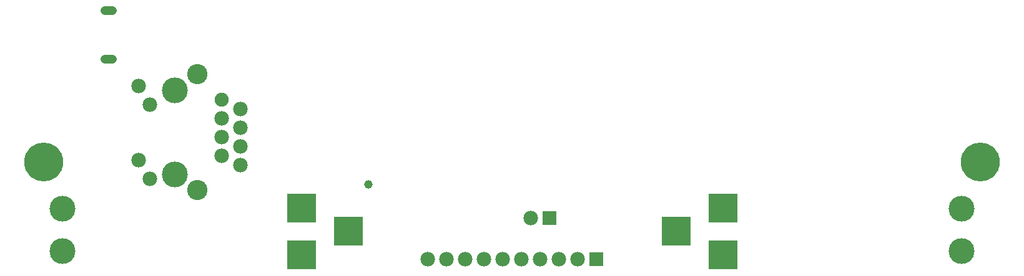
<source format=gbr>
G04 EAGLE Gerber RS-274X export*
G75*
%MOMM*%
%FSLAX34Y34*%
%LPD*%
%INSoldermask Bottom*%
%IPPOS*%
%AMOC8*
5,1,8,0,0,1.08239X$1,22.5*%
G01*
%ADD10C,5.283200*%
%ADD11C,3.505200*%
%ADD12C,1.219200*%
%ADD13C,1.981200*%
%ADD14C,1.903200*%
%ADD15C,2.743200*%
%ADD16C,3.503200*%
%ADD17R,4.013200X4.013200*%
%ADD18R,1.981200X1.981200*%
%ADD19C,1.159600*%


D10*
X50800Y152400D03*
X1320800Y152400D03*
D11*
X76200Y88900D03*
X76200Y31750D03*
X1295400Y31750D03*
X1295400Y88900D03*
D12*
X143430Y358120D02*
X133270Y358120D01*
X133270Y292120D02*
X143430Y292120D01*
D13*
X317490Y148598D03*
X292090Y161298D03*
X317490Y173998D03*
X292090Y186698D03*
X317490Y199398D03*
X292090Y212098D03*
X317490Y224798D03*
D14*
X292090Y237498D03*
D15*
X259090Y271798D03*
X259090Y114298D03*
D16*
X228590Y135898D03*
X228590Y250198D03*
D13*
X194804Y129785D03*
X179604Y256285D03*
X194809Y230904D03*
X179609Y155204D03*
D17*
X400050Y26670D03*
X400050Y90170D03*
X463550Y58420D03*
X971550Y26670D03*
X971550Y90170D03*
X908050Y58420D03*
D18*
X800100Y20320D03*
D13*
X774700Y20320D03*
X749300Y20320D03*
X723900Y20320D03*
X698500Y20320D03*
X673100Y20320D03*
X647700Y20320D03*
X622300Y20320D03*
X596900Y20320D03*
X571500Y20320D03*
D18*
X736600Y76200D03*
D13*
X711200Y76200D03*
D19*
X490605Y121876D03*
M02*

</source>
